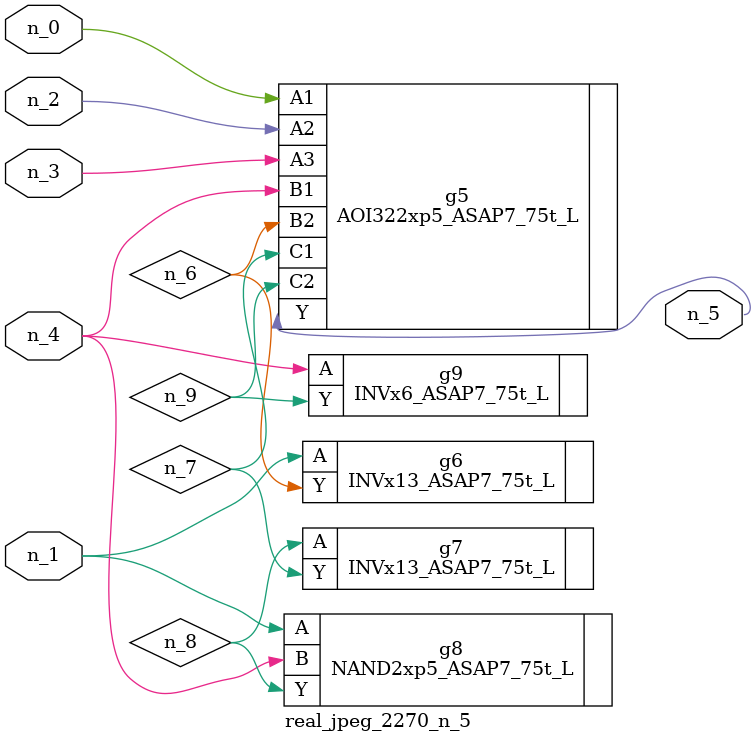
<source format=v>
module real_jpeg_2270_n_5 (n_4, n_0, n_1, n_2, n_3, n_5);

input n_4;
input n_0;
input n_1;
input n_2;
input n_3;

output n_5;

wire n_8;
wire n_6;
wire n_7;
wire n_9;

AOI322xp5_ASAP7_75t_L g5 ( 
.A1(n_0),
.A2(n_2),
.A3(n_3),
.B1(n_4),
.B2(n_6),
.C1(n_7),
.C2(n_9),
.Y(n_5)
);

INVx13_ASAP7_75t_L g6 ( 
.A(n_1),
.Y(n_6)
);

NAND2xp5_ASAP7_75t_L g8 ( 
.A(n_1),
.B(n_4),
.Y(n_8)
);

INVx6_ASAP7_75t_L g9 ( 
.A(n_4),
.Y(n_9)
);

INVx13_ASAP7_75t_L g7 ( 
.A(n_8),
.Y(n_7)
);


endmodule
</source>
